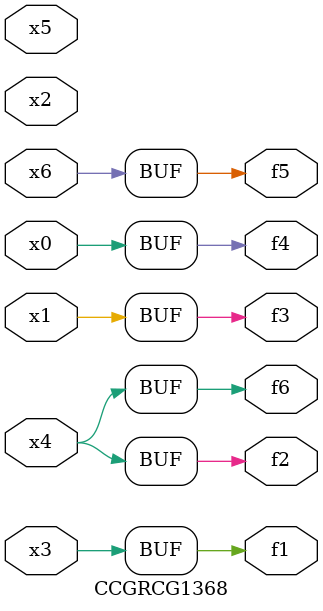
<source format=v>
module CCGRCG1368(
	input x0, x1, x2, x3, x4, x5, x6,
	output f1, f2, f3, f4, f5, f6
);
	assign f1 = x3;
	assign f2 = x4;
	assign f3 = x1;
	assign f4 = x0;
	assign f5 = x6;
	assign f6 = x4;
endmodule

</source>
